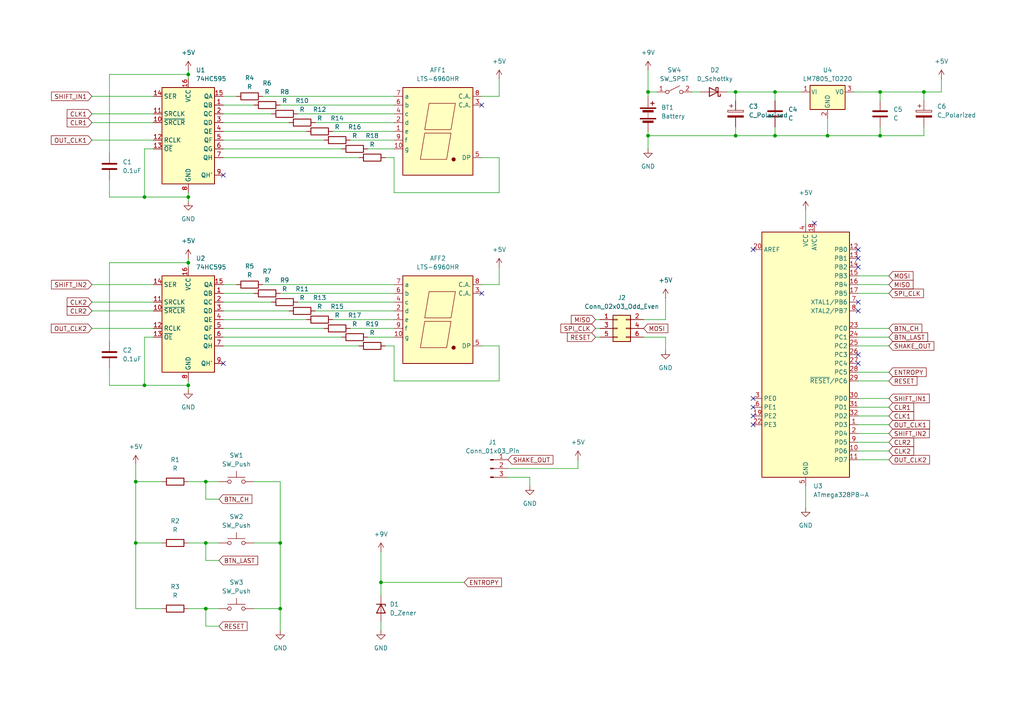
<source format=kicad_sch>
(kicad_sch (version 20231120) (generator "eeschema") (generator_version "8.0")
  (paper "A4")
  (lib_symbols
    (symbol "74xx:74HC595"
      (property "Reference" "U" (at -7.62 13.97 0))
      (property "Value" "74HC595" (at -7.62 -16.51 0))
      (symbol "74HC595_1_0"
        (pin tri_state line (at 10.16 7.62 180) (length 2.54) (name "QB") (number "1"))
        (pin input line (at -10.16 2.54 0) (length 2.54) (name "~{SRCLR}") (number "10"))
        (pin input line (at -10.16 5.08 0) (length 2.54) (name "SRCLK") (number "11"))
        (pin input line (at -10.16 -2.54 0) (length 2.54) (name "RCLK") (number "12"))
        (pin input line (at -10.16 -5.08 0) (length 2.54) (name "~{OE}") (number "13"))
        (pin input line (at -10.16 10.16 0) (length 2.54) (name "SER") (number "14"))
        (pin tri_state line (at 10.16 10.16 180) (length 2.54) (name "QA") (number "15"))
        (pin power_in line (at 0 15.24 270) (length 2.54) (name "VCC") (number "16"))
        (pin tri_state line (at 10.16 5.08 180) (length 2.54) (name "QC") (number "2"))
        (pin tri_state line (at 10.16 2.54 180) (length 2.54) (name "QD") (number "3"))
        (pin tri_state line (at 10.16 0 180) (length 2.54) (name "QE") (number "4"))
        (pin tri_state line (at 10.16 -2.54 180) (length 2.54) (name "QF") (number "5"))
        (pin tri_state line (at 10.16 -5.08 180) (length 2.54) (name "QG") (number "6"))
        (pin tri_state line (at 10.16 -7.62 180) (length 2.54) (name "QH") (number "7"))
        (pin power_in line (at 0 -17.78 90) (length 2.54) (name "GND") (number "8"))
        (pin output line (at 10.16 -12.7 180) (length 2.54) (name "QH'") (number "9"))
      )
      (symbol "74HC595_1_1"
        (rectangle (start -7.62 12.7) (end 7.62 -15.24) (stroke (width 0.254)) (fill (type background)))
      )
    )
    (symbol "Connector:Conn_01x03_Pin" (pin_names (offset 1.016) hide)
      (property "Reference" "J" (at 0 5.08 0))
      (property "Value" "Conn_01x03_Pin" (at 0 -5.08 0))
      (symbol "Conn_01x03_Pin_1_1"
        (polyline (pts (xy 1.27 -2.54) (xy 0.8636 -2.54)) (stroke (width 0.1524)))
        (polyline (pts (xy 1.27 0) (xy 0.8636 0)) (stroke (width 0.1524)))
        (polyline (pts (xy 1.27 2.54) (xy 0.8636 2.54)) (stroke (width 0.1524)))
        (rectangle (start 0.8636 -2.413) (end 0 -2.667) (stroke (width 0.1524)) (fill (type outline)))
        (rectangle (start 0.8636 0.127) (end 0 -0.127) (stroke (width 0.1524)) (fill (type outline)))
        (rectangle (start 0.8636 2.667) (end 0 2.413) (stroke (width 0.1524)) (fill (type outline)))
        (pin passive line (at 5.08 2.54 180) (length 3.81) (name "Pin_1") (number "1"))
        (pin passive line (at 5.08 0 180) (length 3.81) (name "Pin_2") (number "2"))
        (pin passive line (at 5.08 -2.54 180) (length 3.81) (name "Pin_3") (number "3"))
      )
    )
    (symbol "Connector_Generic:Conn_02x03_Odd_Even" (pin_names (offset 1.016) hide)
      (property "Reference" "J" (at 1.27 5.08 0))
      (property "Value" "Conn_02x03_Odd_Even" (at 1.27 -5.08 0))
      (symbol "Conn_02x03_Odd_Even_1_1"
        (rectangle (start -1.27 -2.413) (end 0 -2.667) (stroke (width 0.1524)))
        (rectangle (start -1.27 0.127) (end 0 -0.127) (stroke (width 0.1524)))
        (rectangle (start -1.27 2.667) (end 0 2.413) (stroke (width 0.1524)))
        (rectangle (start -1.27 3.81) (end 3.81 -3.81) (stroke (width 0.254)) (fill (type background)))
        (rectangle (start 3.81 -2.413) (end 2.54 -2.667) (stroke (width 0.1524)))
        (rectangle (start 3.81 0.127) (end 2.54 -0.127) (stroke (width 0.1524)))
        (rectangle (start 3.81 2.667) (end 2.54 2.413) (stroke (width 0.1524)))
        (pin passive line (at -5.08 2.54 0) (length 3.81) (name "Pin_1") (number "1"))
        (pin passive line (at 7.62 2.54 180) (length 3.81) (name "Pin_2") (number "2"))
        (pin passive line (at -5.08 0 0) (length 3.81) (name "Pin_3") (number "3"))
        (pin passive line (at 7.62 0 180) (length 3.81) (name "Pin_4") (number "4"))
        (pin passive line (at -5.08 -2.54 0) (length 3.81) (name "Pin_5") (number "5"))
        (pin passive line (at 7.62 -2.54 180) (length 3.81) (name "Pin_6") (number "6"))
      )
    )
    (symbol "Device:Battery" (pin_numbers hide) (pin_names (offset 0) hide)
      (property "Reference" "BT" (at 2.54 2.54 0))
      (property "Value" "Battery" (at 2.54 0 0))
      (symbol "Battery_0_1"
        (rectangle (start -2.286 -1.27) (end 2.286 -1.524) (fill (type outline)))
        (rectangle (start -2.286 1.778) (end 2.286 1.524) (fill (type outline)))
        (rectangle (start -1.524 -2.032) (end 1.524 -2.54) (fill (type outline)))
        (rectangle (start -1.524 1.016) (end 1.524 0.508) (fill (type outline)))
        (polyline (pts (xy 0 -1.016) (xy 0 -0.762)))
        (polyline (pts (xy 0 -0.508) (xy 0 -0.254)))
        (polyline (pts (xy 0 0) (xy 0 0.254)))
        (polyline (pts (xy 0 1.778) (xy 0 2.54)))
        (polyline (pts (xy 0.762 3.048) (xy 1.778 3.048)) (stroke (width 0.254)))
        (polyline (pts (xy 1.27 3.556) (xy 1.27 2.54)) (stroke (width 0.254)))
      )
      (symbol "Battery_1_1"
        (pin passive line (at 0 5.08 270) (length 2.54) (name "+") (number "1"))
        (pin passive line (at 0 -5.08 90) (length 2.54) (name "-") (number "2"))
      )
    )
    (symbol "Device:C" (pin_numbers hide) (pin_names (offset 0.254))
      (property "Reference" "C" (at 0.635 2.54 0))
      (property "Value" "C" (at 0.635 -2.54 0))
      (symbol "C_0_1"
        (polyline (pts (xy -2.032 -0.762) (xy 2.032 -0.762)) (stroke (width 0.508)))
        (polyline (pts (xy -2.032 0.762) (xy 2.032 0.762)) (stroke (width 0.508)))
      )
      (symbol "C_1_1"
        (pin passive line (at 0 3.81 270) (length 2.794) (name "~") (number "1"))
        (pin passive line (at 0 -3.81 90) (length 2.794) (name "~") (number "2"))
      )
    )
    (symbol "Device:C_Polarized" (pin_numbers hide) (pin_names (offset 0.254))
      (property "Reference" "C" (at 0.635 2.54 0))
      (property "Value" "C_Polarized" (at 0.635 -2.54 0))
      (symbol "C_Polarized_0_1"
        (rectangle (start -2.286 0.508) (end 2.286 1.016))
        (polyline (pts (xy -1.778 2.286) (xy -0.762 2.286)))
        (polyline (pts (xy -1.27 2.794) (xy -1.27 1.778)))
        (rectangle (start 2.286 -0.508) (end -2.286 -1.016) (fill (type outline)))
      )
      (symbol "C_Polarized_1_1"
        (pin passive line (at 0 3.81 270) (length 2.794) (name "~") (number "1"))
        (pin passive line (at 0 -3.81 90) (length 2.794) (name "~") (number "2"))
      )
    )
    (symbol "Device:D_Schottky" (pin_numbers hide) (pin_names (offset 1.016) hide)
      (property "Reference" "D" (at 0 2.54 0))
      (property "Value" "D_Schottky" (at 0 -2.54 0))
      (symbol "D_Schottky_0_1"
        (polyline (pts (xy 1.27 0) (xy -1.27 0)))
        (polyline (pts (xy 1.27 1.27) (xy 1.27 -1.27) (xy -1.27 0) (xy 1.27 1.27)) (stroke (width 0.254)))
        (polyline (pts (xy -1.905 0.635) (xy -1.905 1.27) (xy -1.27 1.27) (xy -1.27 -1.27) (xy -0.635 -1.27) (xy -0.635 -0.635)) (stroke (width 0.254)))
      )
      (symbol "D_Schottky_1_1"
        (pin passive line (at -3.81 0 0) (length 2.54) (name "K") (number "1"))
        (pin passive line (at 3.81 0 180) (length 2.54) (name "A") (number "2"))
      )
    )
    (symbol "Device:D_Zener" (pin_numbers hide) (pin_names (offset 1.016) hide)
      (property "Reference" "D" (at 0 2.54 0))
      (property "Value" "D_Zener" (at 0 -2.54 0))
      (symbol "D_Zener_0_1"
        (polyline (pts (xy 1.27 0) (xy -1.27 0)))
        (polyline (pts (xy -1.27 -1.27) (xy -1.27 1.27) (xy -0.762 1.27)) (stroke (width 0.254)))
        (polyline (pts (xy 1.27 -1.27) (xy 1.27 1.27) (xy -1.27 0) (xy 1.27 -1.27)) (stroke (width 0.254)))
      )
      (symbol "D_Zener_1_1"
        (pin passive line (at -3.81 0 0) (length 2.54) (name "K") (number "1"))
        (pin passive line (at 3.81 0 180) (length 2.54) (name "A") (number "2"))
      )
    )
    (symbol "Device:R" (pin_numbers hide) (pin_names (offset 0))
      (property "Reference" "R" (at 2.032 0 90))
      (property "Value" "R" (at 0 0 90))
      (symbol "R_0_1"
        (rectangle (start -1.016 -2.54) (end 1.016 2.54) (stroke (width 0.254)))
      )
      (symbol "R_1_1"
        (pin passive line (at 0 3.81 270) (length 1.27) (name "~") (number "1"))
        (pin passive line (at 0 -3.81 90) (length 1.27) (name "~") (number "2"))
      )
    )
    (symbol "Display_Character:LTS-6960HR"
      (property "Reference" "AFF" (at -7.874 13.97 0))
      (property "Value" "LTS-6960HR" (at -2.032 13.97 0))
      (symbol "LTS-6960HR_0_1"
        (rectangle (start -10.16 12.7) (end 10.16 -12.7) (stroke (width 0.254)) (fill (type background)))
        (polyline (pts (xy -3.81 -0.508) (xy 3.81 -0.508) (xy 2.54 -8.128) (xy -5.08 -8.128) (xy -3.81 -0.508) (xy -3.81 -0.508)))
        (polyline (pts (xy -2.54 8.128) (xy 5.08 8.128) (xy 3.81 0.508) (xy -3.81 0.508) (xy -2.54 8.128) (xy -2.54 8.128)))
        (circle (center 4.572 -8.128) (radius 0.508) (fill (type outline)))
      )
      (symbol "LTS-6960HR_1_1"
        (pin passive line (at -12.7 0 0) (length 2.54) (name "e") (number "1"))
        (pin passive line (at -12.7 -5.08 0) (length 2.54) (name "g") (number "10"))
        (pin passive line (at -12.7 2.54 0) (length 2.54) (name "d") (number "2"))
        (pin passive line (at 12.7 7.62 180) (length 2.54) (name "C.A.") (number "3"))
        (pin passive line (at -12.7 5.08 0) (length 2.54) (name "c") (number "4"))
        (pin passive line (at 12.7 -7.62 180) (length 2.54) (name "DP") (number "5"))
        (pin passive line (at -12.7 7.62 0) (length 2.54) (name "b") (number "6"))
        (pin passive line (at -12.7 10.16 0) (length 2.54) (name "a") (number "7"))
        (pin passive line (at 12.7 10.16 180) (length 2.54) (name "C.A.") (number "8"))
        (pin passive line (at -12.7 -2.54 0) (length 2.54) (name "f") (number "9"))
      )
    )
    (symbol "MCU_Microchip_ATmega:ATmega328PB-A"
      (property "Reference" "U" (at -12.7 36.83 0))
      (property "Value" "ATmega328PB-A" (at 2.54 -36.83 0))
      (symbol "ATmega328PB-A_0_1"
        (rectangle (start -12.7 -35.56) (end 12.7 35.56) (stroke (width 0.254)) (fill (type background)))
      )
      (symbol "ATmega328PB-A_1_1"
        (pin bidirectional line (at 15.24 -20.32 180) (length 2.54) (name "PD3") (number "1"))
        (pin bidirectional line (at 15.24 -27.94 180) (length 2.54) (name "PD6") (number "10"))
        (pin bidirectional line (at 15.24 -30.48 180) (length 2.54) (name "PD7") (number "11"))
        (pin bidirectional line (at 15.24 30.48 180) (length 2.54) (name "PB0") (number "12"))
        (pin bidirectional line (at 15.24 27.94 180) (length 2.54) (name "PB1") (number "13"))
        (pin bidirectional line (at 15.24 25.4 180) (length 2.54) (name "PB2") (number "14"))
        (pin bidirectional line (at 15.24 22.86 180) (length 2.54) (name "PB3") (number "15"))
        (pin bidirectional line (at 15.24 20.32 180) (length 2.54) (name "PB4") (number "16"))
        (pin bidirectional line (at 15.24 17.78 180) (length 2.54) (name "PB5") (number "17"))
        (pin power_in line (at 2.54 38.1 270) (length 2.54) (name "AVCC") (number "18"))
        (pin bidirectional line (at -15.24 -17.78 0) (length 2.54) (name "PE2") (number "19"))
        (pin bidirectional line (at 15.24 -22.86 180) (length 2.54) (name "PD4") (number "2"))
        (pin passive line (at -15.24 30.48 0) (length 2.54) (name "AREF") (number "20"))
        (pin passive line (at 0 -38.1 90) (length 2.54) hide (name "GND") (number "21"))
        (pin bidirectional line (at -15.24 -20.32 0) (length 2.54) (name "PE3") (number "22"))
        (pin bidirectional line (at 15.24 7.62 180) (length 2.54) (name "PC0") (number "23"))
        (pin bidirectional line (at 15.24 5.08 180) (length 2.54) (name "PC1") (number "24"))
        (pin bidirectional line (at 15.24 2.54 180) (length 2.54) (name "PC2") (number "25"))
        (pin bidirectional line (at 15.24 0 180) (length 2.54) (name "PC3") (number "26"))
        (pin bidirectional line (at 15.24 -2.54 180) (length 2.54) (name "PC4") (number "27"))
        (pin bidirectional line (at 15.24 -5.08 180) (length 2.54) (name "PC5") (number "28"))
        (pin bidirectional line (at 15.24 -7.62 180) (length 2.54) (name "~{RESET}/PC6") (number "29"))
        (pin bidirectional line (at -15.24 -12.7 0) (length 2.54) (name "PE0") (number "3"))
        (pin bidirectional line (at 15.24 -12.7 180) (length 2.54) (name "PD0") (number "30"))
        (pin bidirectional line (at 15.24 -15.24 180) (length 2.54) (name "PD1") (number "31"))
        (pin bidirectional line (at 15.24 -17.78 180) (length 2.54) (name "PD2") (number "32"))
        (pin power_in line (at 0 38.1 270) (length 2.54) (name "VCC") (number "4"))
        (pin power_in line (at 0 -38.1 90) (length 2.54) (name "GND") (number "5"))
        (pin bidirectional line (at -15.24 -15.24 0) (length 2.54) (name "PE1") (number "6"))
        (pin bidirectional line (at 15.24 15.24 180) (length 2.54) (name "XTAL1/PB6") (number "7"))
        (pin bidirectional line (at 15.24 12.7 180) (length 2.54) (name "XTAL2/PB7") (number "8"))
        (pin bidirectional line (at 15.24 -25.4 180) (length 2.54) (name "PD5") (number "9"))
      )
    )
    (symbol "Regulator_Linear:LM7805_TO220" (pin_names (offset 0.254))
      (property "Reference" "U" (at -3.81 3.175 0))
      (property "Value" "LM7805_TO220" (at 0 3.175 0))
      (symbol "LM7805_TO220_0_1"
        (rectangle (start -5.08 1.905) (end 5.08 -5.08) (stroke (width 0.254)) (fill (type background)))
      )
      (symbol "LM7805_TO220_1_1"
        (pin power_in line (at -7.62 0 0) (length 2.54) (name "VI") (number "1"))
        (pin power_in line (at 0 -7.62 90) (length 2.54) (name "GND") (number "2"))
        (pin power_out line (at 7.62 0 180) (length 2.54) (name "VO") (number "3"))
      )
    )
    (symbol "Switch:SW_Push" (pin_numbers hide) (pin_names (offset 1.016) hide)
      (property "Reference" "SW" (at 1.27 2.54 0))
      (property "Value" "SW_Push" (at 0 -1.524 0))
      (symbol "SW_Push_0_1"
        (circle (center -2.032 0) (radius 0.508))
        (polyline (pts (xy 0 1.27) (xy 0 3.048)))
        (polyline (pts (xy 2.54 1.27) (xy -2.54 1.27)))
        (circle (center 2.032 0) (radius 0.508))
        (pin passive line (at -5.08 0 0) (length 2.54) (name "1") (number "1"))
        (pin passive line (at 5.08 0 180) (length 2.54) (name "2") (number "2"))
      )
    )
    (symbol "Switch:SW_SPST" (pin_names (offset 0) hide)
      (property "Reference" "SW" (at 0 3.175 0))
      (property "Value" "SW_SPST" (at 0 -2.54 0))
      (symbol "SW_SPST_0_0"
        (circle (center -2.032 0) (radius 0.508))
        (polyline (pts (xy -1.524 0.254) (xy 1.524 1.778)))
        (circle (center 2.032 0) (radius 0.508))
      )
      (symbol "SW_SPST_1_1"
        (pin passive line (at -5.08 0 0) (length 2.54) (name "A") (number "1"))
        (pin passive line (at 5.08 0 180) (length 2.54) (name "B") (number "2"))
      )
    )
    (symbol "power:+5V" (power) (pin_numbers hide) (pin_names (offset 0) hide)
      (property "Value" "+5V" (at 0 3.556 0))
      (symbol "+5V_0_1"
        (polyline (pts (xy -0.762 1.27) (xy 0 2.54)))
        (polyline (pts (xy 0 0) (xy 0 2.54)))
        (polyline (pts (xy 0 2.54) (xy 0.762 1.27)))
      )
      (symbol "+5V_1_1"
        (pin power_in line (at 0 0 90) (length 0) (name "~") (number "1"))
      )
    )
    (symbol "power:+9V" (power) (pin_numbers hide) (pin_names (offset 0) hide)
      (property "Value" "+9V" (at 0 3.556 0))
      (symbol "+9V_0_1"
        (polyline (pts (xy -0.762 1.27) (xy 0 2.54)))
        (polyline (pts (xy 0 0) (xy 0 2.54)))
        (polyline (pts (xy 0 2.54) (xy 0.762 1.27)))
      )
      (symbol "+9V_1_1"
        (pin power_in line (at 0 0 90) (length 0) (name "~") (number "1"))
      )
    )
    (symbol "power:GND" (power) (pin_numbers hide) (pin_names (offset 0) hide)
      (property "Value" "GND" (at 0 -3.81 0))
      (symbol "GND_0_1"
        (polyline (pts (xy 0 0) (xy 0 -1.27) (xy 1.27 -1.27) (xy 0 -2.54) (xy -1.27 -1.27) (xy 0 -1.27)))
      )
      (symbol "GND_1_1"
        (pin power_in line (at 0 0 270) (length 0) (name "~") (number "1"))
      )
    )
  )
  (junction (at 224.79 39.37))
  (junction (at 39.37 157.48))
  (junction (at 54.61 76.2))
  (junction (at 213.36 26.67))
  (junction (at 41.91 111.76))
  (junction (at 255.27 39.37))
  (junction (at 81.28 176.53))
  (junction (at 54.61 57.15))
  (junction (at 110.49 168.91))
  (junction (at 39.37 139.7))
  (junction (at 224.79 26.67))
  (junction (at 54.61 21.59))
  (junction (at 187.96 26.67))
  (junction (at 41.91 57.15))
  (junction (at 81.28 157.48))
  (junction (at 213.36 39.37))
  (junction (at 59.69 157.48))
  (junction (at 267.97 26.67))
  (junction (at 59.69 176.53))
  (junction (at 255.27 26.67))
  (junction (at 240.03 39.37))
  (junction (at 54.61 111.76))
  (junction (at 187.96 39.37))
  (junction (at 59.69 139.7))
  (no_connect (at 218.44 120.65))
  (no_connect (at 248.92 74.93))
  (no_connect (at 248.92 87.63))
  (no_connect (at 236.22 64.77))
  (no_connect (at 248.92 90.17))
  (no_connect (at 218.44 115.57))
  (no_connect (at 218.44 72.39))
  (no_connect (at 64.77 50.8))
  (no_connect (at 218.44 118.11))
  (no_connect (at 248.92 102.87))
  (no_connect (at 248.92 77.47))
  (no_connect (at 64.77 105.41))
  (no_connect (at 248.92 105.41))
  (no_connect (at 248.92 72.39))
  (no_connect (at 218.44 123.19))
  (no_connect (at 139.7 85.09))
  (no_connect (at 139.7 30.48))
  (wire (pts (xy 144.78 27.94) (xy 144.78 22.86)))
  (wire (pts (xy 39.37 176.53) (xy 39.37 157.48)))
  (wire (pts (xy 54.61 76.2) (xy 54.61 77.47)))
  (wire (pts (xy 187.96 26.67) (xy 190.5 26.67)))
  (wire (pts (xy 63.5 181.61) (xy 59.69 181.61)))
  (wire (pts (xy 110.49 180.34) (xy 110.49 182.88)))
  (wire (pts (xy 248.92 110.49) (xy 257.81 110.49)))
  (wire (pts (xy 41.91 97.79) (xy 41.91 111.76)))
  (wire (pts (xy 46.99 157.48) (xy 39.37 157.48)))
  (wire (pts (xy 193.04 92.71) (xy 186.69 92.71)))
  (wire (pts (xy 106.68 43.18) (xy 114.3 43.18)))
  (wire (pts (xy 139.7 82.55) (xy 144.78 82.55)))
  (wire (pts (xy 46.99 176.53) (xy 39.37 176.53)))
  (wire (pts (xy 31.75 21.59) (xy 54.61 21.59)))
  (wire (pts (xy 110.49 168.91) (xy 134.62 168.91)))
  (wire (pts (xy 240.03 39.37) (xy 224.79 39.37)))
  (wire (pts (xy 81.28 176.53) (xy 81.28 182.88)))
  (wire (pts (xy 248.92 115.57) (xy 257.81 115.57)))
  (wire (pts (xy 64.77 27.94) (xy 68.58 27.94)))
  (wire (pts (xy 172.72 92.71) (xy 173.99 92.71)))
  (wire (pts (xy 54.61 110.49) (xy 54.61 111.76)))
  (wire (pts (xy 247.65 26.67) (xy 255.27 26.67)))
  (wire (pts (xy 114.3 45.72) (xy 114.3 55.88)))
  (wire (pts (xy 26.67 87.63) (xy 44.45 87.63)))
  (wire (pts (xy 64.77 30.48) (xy 73.66 30.48)))
  (wire (pts (xy 248.92 133.35) (xy 257.81 133.35)))
  (wire (pts (xy 64.77 40.64) (xy 93.98 40.64)))
  (wire (pts (xy 64.77 92.71) (xy 88.9 92.71)))
  (wire (pts (xy 54.61 111.76) (xy 54.61 113.03)))
  (wire (pts (xy 31.75 21.59) (xy 31.75 44.45)))
  (wire (pts (xy 64.77 33.02) (xy 78.74 33.02)))
  (wire (pts (xy 248.92 118.11) (xy 257.81 118.11)))
  (wire (pts (xy 26.67 95.25) (xy 44.45 95.25)))
  (wire (pts (xy 76.2 27.94) (xy 114.3 27.94)))
  (wire (pts (xy 64.77 35.56) (xy 83.82 35.56)))
  (wire (pts (xy 255.27 36.83) (xy 255.27 39.37)))
  (wire (pts (xy 64.77 45.72) (xy 104.14 45.72)))
  (wire (pts (xy 193.04 97.79) (xy 186.69 97.79)))
  (wire (pts (xy 59.69 139.7) (xy 63.5 139.7)))
  (wire (pts (xy 248.92 128.27) (xy 257.81 128.27)))
  (wire (pts (xy 41.91 57.15) (xy 54.61 57.15)))
  (wire (pts (xy 54.61 157.48) (xy 59.69 157.48)))
  (wire (pts (xy 187.96 20.32) (xy 187.96 26.67)))
  (wire (pts (xy 213.36 26.67) (xy 224.79 26.67)))
  (wire (pts (xy 187.96 27.94) (xy 187.96 26.67)))
  (wire (pts (xy 193.04 101.6) (xy 193.04 97.79)))
  (wire (pts (xy 31.75 99.06) (xy 31.75 76.2)))
  (wire (pts (xy 41.91 111.76) (xy 54.61 111.76)))
  (wire (pts (xy 59.69 162.56) (xy 59.69 157.48)))
  (wire (pts (xy 54.61 57.15) (xy 54.61 58.42)))
  (wire (pts (xy 31.75 57.15) (xy 41.91 57.15)))
  (wire (pts (xy 139.7 100.33) (xy 144.78 100.33)))
  (wire (pts (xy 248.92 123.19) (xy 257.81 123.19)))
  (wire (pts (xy 76.2 82.55) (xy 114.3 82.55)))
  (wire (pts (xy 64.77 43.18) (xy 99.06 43.18)))
  (wire (pts (xy 111.76 100.33) (xy 114.3 100.33)))
  (wire (pts (xy 64.77 97.79) (xy 99.06 97.79)))
  (wire (pts (xy 26.67 40.64) (xy 44.45 40.64)))
  (wire (pts (xy 63.5 144.78) (xy 59.69 144.78)))
  (wire (pts (xy 139.7 27.94) (xy 144.78 27.94)))
  (wire (pts (xy 59.69 181.61) (xy 59.69 176.53)))
  (wire (pts (xy 248.92 82.55) (xy 257.81 82.55)))
  (wire (pts (xy 39.37 134.62) (xy 39.37 139.7)))
  (wire (pts (xy 114.3 100.33) (xy 114.3 110.49)))
  (wire (pts (xy 81.28 30.48) (xy 114.3 30.48)))
  (wire (pts (xy 255.27 26.67) (xy 267.97 26.67)))
  (wire (pts (xy 73.66 157.48) (xy 81.28 157.48)))
  (wire (pts (xy 106.68 97.79) (xy 114.3 97.79)))
  (wire (pts (xy 96.52 38.1) (xy 114.3 38.1)))
  (wire (pts (xy 213.36 26.67) (xy 213.36 29.21)))
  (wire (pts (xy 144.78 55.88) (xy 144.78 45.72)))
  (wire (pts (xy 147.32 135.89) (xy 167.64 135.89)))
  (wire (pts (xy 64.77 85.09) (xy 73.66 85.09)))
  (wire (pts (xy 64.77 38.1) (xy 88.9 38.1)))
  (wire (pts (xy 114.3 55.88) (xy 144.78 55.88)))
  (wire (pts (xy 167.64 133.35) (xy 167.64 135.89)))
  (wire (pts (xy 267.97 29.21) (xy 267.97 26.67)))
  (wire (pts (xy 248.92 80.01) (xy 257.81 80.01)))
  (wire (pts (xy 233.68 140.97) (xy 233.68 147.32)))
  (wire (pts (xy 101.6 95.25) (xy 114.3 95.25)))
  (wire (pts (xy 101.6 40.64) (xy 114.3 40.64)))
  (wire (pts (xy 86.36 33.02) (xy 114.3 33.02)))
  (wire (pts (xy 248.92 130.81) (xy 257.81 130.81)))
  (wire (pts (xy 248.92 97.79) (xy 257.81 97.79)))
  (wire (pts (xy 224.79 39.37) (xy 213.36 39.37)))
  (wire (pts (xy 64.77 95.25) (xy 93.98 95.25)))
  (wire (pts (xy 187.96 38.1) (xy 187.96 39.37)))
  (wire (pts (xy 193.04 86.36) (xy 193.04 92.71)))
  (wire (pts (xy 153.67 138.43) (xy 153.67 140.97)))
  (wire (pts (xy 63.5 162.56) (xy 59.69 162.56)))
  (wire (pts (xy 54.61 55.88) (xy 54.61 57.15)))
  (wire (pts (xy 172.72 97.79) (xy 173.99 97.79)))
  (wire (pts (xy 31.75 76.2) (xy 54.61 76.2)))
  (wire (pts (xy 224.79 26.67) (xy 232.41 26.67)))
  (wire (pts (xy 31.75 52.07) (xy 31.75 57.15)))
  (wire (pts (xy 59.69 144.78) (xy 59.69 139.7)))
  (wire (pts (xy 44.45 43.18) (xy 41.91 43.18)))
  (wire (pts (xy 255.27 39.37) (xy 240.03 39.37)))
  (wire (pts (xy 64.77 90.17) (xy 83.82 90.17)))
  (wire (pts (xy 248.92 100.33) (xy 257.81 100.33)))
  (wire (pts (xy 248.92 120.65) (xy 257.81 120.65)))
  (wire (pts (xy 139.7 45.72) (xy 144.78 45.72)))
  (wire (pts (xy 248.92 107.95) (xy 257.81 107.95)))
  (wire (pts (xy 81.28 139.7) (xy 81.28 157.48)))
  (wire (pts (xy 255.27 39.37) (xy 267.97 39.37)))
  (wire (pts (xy 26.67 33.02) (xy 44.45 33.02)))
  (wire (pts (xy 111.76 45.72) (xy 114.3 45.72)))
  (wire (pts (xy 110.49 168.91) (xy 110.49 172.72)))
  (wire (pts (xy 59.69 176.53) (xy 63.5 176.53)))
  (wire (pts (xy 114.3 110.49) (xy 144.78 110.49)))
  (wire (pts (xy 64.77 82.55) (xy 68.58 82.55)))
  (wire (pts (xy 26.67 90.17) (xy 44.45 90.17)))
  (wire (pts (xy 233.68 60.96) (xy 233.68 64.77)))
  (wire (pts (xy 26.67 27.94) (xy 44.45 27.94)))
  (wire (pts (xy 224.79 26.67) (xy 224.79 29.21)))
  (wire (pts (xy 273.05 22.86) (xy 273.05 26.67)))
  (wire (pts (xy 147.32 138.43) (xy 153.67 138.43)))
  (wire (pts (xy 91.44 90.17) (xy 114.3 90.17)))
  (wire (pts (xy 54.61 139.7) (xy 59.69 139.7)))
  (wire (pts (xy 86.36 87.63) (xy 114.3 87.63)))
  (wire (pts (xy 273.05 26.67) (xy 267.97 26.67)))
  (wire (pts (xy 26.67 82.55) (xy 44.45 82.55)))
  (wire (pts (xy 210.82 26.67) (xy 213.36 26.67)))
  (wire (pts (xy 59.69 157.48) (xy 63.5 157.48)))
  (wire (pts (xy 224.79 36.83) (xy 224.79 39.37)))
  (wire (pts (xy 26.67 35.56) (xy 44.45 35.56)))
  (wire (pts (xy 31.75 106.68) (xy 31.75 111.76)))
  (wire (pts (xy 187.96 39.37) (xy 187.96 43.18)))
  (wire (pts (xy 110.49 160.02) (xy 110.49 168.91)))
  (wire (pts (xy 248.92 85.09) (xy 257.81 85.09)))
  (wire (pts (xy 187.96 39.37) (xy 213.36 39.37)))
  (wire (pts (xy 200.66 26.67) (xy 203.2 26.67)))
  (wire (pts (xy 240.03 34.29) (xy 240.03 39.37)))
  (wire (pts (xy 41.91 43.18) (xy 41.91 57.15)))
  (wire (pts (xy 31.75 111.76) (xy 41.91 111.76)))
  (wire (pts (xy 81.28 85.09) (xy 114.3 85.09)))
  (wire (pts (xy 91.44 35.56) (xy 114.3 35.56)))
  (wire (pts (xy 54.61 176.53) (xy 59.69 176.53)))
  (wire (pts (xy 44.45 97.79) (xy 41.91 97.79)))
  (wire (pts (xy 73.66 176.53) (xy 81.28 176.53)))
  (wire (pts (xy 255.27 29.21) (xy 255.27 26.67)))
  (wire (pts (xy 54.61 20.32) (xy 54.61 21.59)))
  (wire (pts (xy 248.92 95.25) (xy 257.81 95.25)))
  (wire (pts (xy 39.37 139.7) (xy 46.99 139.7)))
  (wire (pts (xy 54.61 74.93) (xy 54.61 76.2)))
  (wire (pts (xy 64.77 100.33) (xy 104.14 100.33)))
  (wire (pts (xy 96.52 92.71) (xy 114.3 92.71)))
  (wire (pts (xy 248.92 125.73) (xy 257.81 125.73)))
  (wire (pts (xy 144.78 82.55) (xy 144.78 77.47)))
  (wire (pts (xy 81.28 157.48) (xy 81.28 176.53)))
  (wire (pts (xy 39.37 157.48) (xy 39.37 139.7)))
  (wire (pts (xy 213.36 36.83) (xy 213.36 39.37)))
  (wire (pts (xy 54.61 21.59) (xy 54.61 22.86)))
  (wire (pts (xy 267.97 36.83) (xy 267.97 39.37)))
  (wire (pts (xy 73.66 139.7) (xy 81.28 139.7)))
  (wire (pts (xy 172.72 95.25) (xy 173.99 95.25)))
  (wire (pts (xy 144.78 110.49) (xy 144.78 100.33)))
  (wire (pts (xy 64.77 87.63) (xy 78.74 87.63)))
  (global_label "CLR1" (shape input) (at 26.67 35.56 180) (property "Intersheetrefs" "${INTERSHEET_REFS}" (effects (hide yes))))
  (global_label "ENTROPY" (shape input) (at 134.62 168.91 0) (property "Intersheetrefs" "${INTERSHEET_REFS}" (effects (hide yes))))
  (global_label "SHIFT_IN1" (shape input) (at 257.81 115.57 0) (property "Intersheetrefs" "${INTERSHEET_REFS}" (effects (hide yes))))
  (global_label "SPI_CLK" (shape input) (at 172.72 95.25 180) (property "Intersheetrefs" "${INTERSHEET_REFS}" (effects (hide yes))))
  (global_label "CLK2" (shape input) (at 257.81 130.81 0) (property "Intersheetrefs" "${INTERSHEET_REFS}" (effects (hide yes))))
  (global_label "CLR2" (shape input) (at 257.81 128.27 0) (property "Intersheetrefs" "${INTERSHEET_REFS}" (effects (hide yes))))
  (global_label "MISO" (shape input) (at 172.72 92.71 180) (property "Intersheetrefs" "${INTERSHEET_REFS}" (effects (hide yes))))
  (global_label "RESET" (shape input) (at 257.81 110.49 0) (property "Intersheetrefs" "${INTERSHEET_REFS}" (effects (hide yes))))
  (global_label "BTN_LAST" (shape input) (at 257.81 97.79 0) (property "Intersheetrefs" "${INTERSHEET_REFS}" (effects (hide yes))))
  (global_label "BTN_CH" (shape input) (at 63.5 144.78 0) (property "Intersheetrefs" "${INTERSHEET_REFS}" (effects (hide yes))))
  (global_label "MOSI" (shape input) (at 257.81 80.01 0) (property "Intersheetrefs" "${INTERSHEET_REFS}" (effects (hide yes))))
  (global_label "BTN_LAST" (shape input) (at 63.5 162.56 0) (property "Intersheetrefs" "${INTERSHEET_REFS}" (effects (hide yes))))
  (global_label "SHAKE_OUT" (shape input) (at 147.32 133.35 0) (property "Intersheetrefs" "${INTERSHEET_REFS}" (effects (hide yes))))
  (global_label "SHIFT_IN1" (shape input) (at 26.67 27.94 180) (property "Intersheetrefs" "${INTERSHEET_REFS}" (effects (hide yes))))
  (global_label "SHIFT_IN2" (shape input) (at 257.81 125.73 0) (property "Intersheetrefs" "${INTERSHEET_REFS}" (effects (hide yes))))
  (global_label "RESET" (shape input) (at 172.72 97.79 180) (property "Intersheetrefs" "${INTERSHEET_REFS}" (effects (hide yes))))
  (global_label "OUT_CLK2" (shape input) (at 257.81 133.35 0) (property "Intersheetrefs" "${INTERSHEET_REFS}" (effects (hide yes))))
  (global_label "MOSI" (shape input) (at 186.69 95.25 0) (property "Intersheetrefs" "${INTERSHEET_REFS}" (effects (hide yes))))
  (global_label "SHAKE_OUT" (shape input) (at 257.81 100.33 0) (property "Intersheetrefs" "${INTERSHEET_REFS}" (effects (hide yes))))
  (global_label "OUT_CLK1" (shape input) (at 26.67 40.64 180) (property "Intersheetrefs" "${INTERSHEET_REFS}" (effects (hide yes))))
  (global_label "BTN_CH" (shape input) (at 257.81 95.25 0) (property "Intersheetrefs" "${INTERSHEET_REFS}" (effects (hide yes))))
  (global_label "CLR2" (shape input) (at 26.67 90.17 180) (property "Intersheetrefs" "${INTERSHEET_REFS}" (effects (hide yes))))
  (global_label "CLK1" (shape input) (at 257.81 120.65 0) (property "Intersheetrefs" "${INTERSHEET_REFS}" (effects (hide yes))))
  (global_label "OUT_CLK2" (shape input) (at 26.67 95.25 180) (property "Intersheetrefs" "${INTERSHEET_REFS}" (effects (hide yes))))
  (global_label "MISO" (shape input) (at 257.81 82.55 0) (property "Intersheetrefs" "${INTERSHEET_REFS}" (effects (hide yes))))
  (global_label "OUT_CLK1" (shape input) (at 257.81 123.19 0) (property "Intersheetrefs" "${INTERSHEET_REFS}" (effects (hide yes))))
  (global_label "SHIFT_IN2" (shape input) (at 26.67 82.55 180) (property "Intersheetrefs" "${INTERSHEET_REFS}" (effects (hide yes))))
  (global_label "CLK1" (shape input) (at 26.67 33.02 180) (property "Intersheetrefs" "${INTERSHEET_REFS}" (effects (hide yes))))
  (global_label "RESET" (shape input) (at 63.5 181.61 0) (property "Intersheetrefs" "${INTERSHEET_REFS}" (effects (hide yes))))
  (global_label "ENTROPY" (shape input) (at 257.81 107.95 0) (property "Intersheetrefs" "${INTERSHEET_REFS}" (effects (hide yes))))
  (global_label "CLK2" (shape input) (at 26.67 87.63 180) (property "Intersheetrefs" "${INTERSHEET_REFS}" (effects (hide yes))))
  (global_label "SPI_CLK" (shape input) (at 257.81 85.09 0) (property "Intersheetrefs" "${INTERSHEET_REFS}" (effects (hide yes))))
  (global_label "CLR1" (shape input) (at 257.81 118.11 0) (property "Intersheetrefs" "${INTERSHEET_REFS}" (effects (hide yes))))
  (symbol (lib_id "Device:R") (at 50.8 139.7 90) (unit 1)
    (property "Reference" "R1" (at 50.8 133.35 90))
    (property "Value" "R" (at 50.8 135.89 90))
    (property "Footprint" "Resistor_SMD:R_0805_2012Metric_Pad1.20x1.40mm_HandSolder" (effects (hide yes)))
    (property "Description" "Resistor" (effects (hide yes)))
  )
  (symbol (lib_id "Device:C") (at 31.75 102.87 0) (unit 1)
    (property "Reference" "C2" (at 35.56 101.5999 0) (effects (justify left)))
    (property "Value" "0.1uF" (at 35.56 104.1399 0) (effects (justify left)))
    (property "Footprint" "Capacitor_SMD:C_0805_2012Metric_Pad1.18x1.45mm_HandSolder" (effects (hide yes)))
    (property "Description" "Unpolarized capacitor" (effects (hide yes)))
  )
  (symbol (lib_id "power:GND") (at 193.04 101.6 0) (unit 1)
    (property "Reference" "#PWR015" (effects (hide yes)))
    (property "Value" "GND" (at 193.04 106.68 0))
    (property "Description" "Power symbol creates a global label with name \"GND\" , ground" (effects (hide yes)))
  )
  (symbol (lib_id "power:+5V") (at 54.61 74.93 0) (unit 1)
    (property "Reference" "#PWR04" (effects (hide yes)))
    (property "Value" "+5V" (at 54.61 69.85 0))
    (property "Description" "Power symbol creates a global label with name \"+5V\"" (effects (hide yes)))
  )
  (symbol (lib_id "Connector:Conn_01x03_Pin") (at 142.24 135.89 0) (unit 1)
    (property "Reference" "J1" (at 142.875 128.27 0))
    (property "Value" "Conn_01x03_Pin" (at 142.875 130.81 0))
    (property "Footprint" "Connector_PinHeader_2.54mm:PinHeader_1x03_P2.54mm_Vertical" (effects (hide yes)))
    (property "Description" "Generic connector, single row, 01x03, script generated" (effects (hide yes)))
  )
  (symbol (lib_id "Device:D_Zener") (at 110.49 176.53 270) (unit 1)
    (property "Reference" "D1" (at 113.03 175.2599 90) (effects (justify left)))
    (property "Value" "D_Zener" (at 113.03 177.7999 90) (effects (justify left)))
    (property "Description" "Zener diode" (effects (hide yes)))
  )
  (symbol (lib_id "Switch:SW_Push") (at 68.58 139.7 0) (unit 1)
    (property "Reference" "SW1" (at 68.58 132.08 0))
    (property "Value" "SW_Push" (at 68.58 134.62 0))
    (property "Description" "Push button switch, generic, two pins" (effects (hide yes)))
  )
  (symbol (lib_id "Device:C") (at 224.79 33.02 0) (unit 1)
    (property "Reference" "C4" (at 228.6 31.7499 0) (effects (justify left)))
    (property "Value" "C" (at 228.6 34.2899 0) (effects (justify left)))
    (property "Footprint" "Capacitor_SMD:C_0805_2012Metric_Pad1.18x1.45mm_HandSolder" (effects (hide yes)))
    (property "Description" "Unpolarized capacitor" (effects (hide yes)))
  )
  (symbol (lib_id "power:GND") (at 187.96 43.18 0) (unit 1)
    (property "Reference" "#PWR013" (effects (hide yes)))
    (property "Value" "GND" (at 187.96 48.26 0))
    (property "Description" "Power symbol creates a global label with name \"GND\" , ground" (effects (hide yes)))
  )
  (symbol (lib_id "Device:C") (at 255.27 33.02 0) (unit 1)
    (property "Reference" "C5" (at 259.08 31.7499 0) (effects (justify left)))
    (property "Value" "C" (at 259.08 34.2899 0) (effects (justify left)))
    (property "Footprint" "Capacitor_SMD:C_0805_2012Metric_Pad1.18x1.45mm_HandSolder" (effects (hide yes)))
    (property "Description" "Unpolarized capacitor" (effects (hide yes)))
  )
  (symbol (lib_id "Device:R") (at 87.63 35.56 90) (unit 1)
    (property "Reference" "R10" (at 87.63 29.21 90))
    (property "Value" "R" (at 87.63 31.75 90))
    (property "Footprint" "Resistor_SMD:R_0805_2012Metric_Pad1.20x1.40mm_HandSolder" (effects (hide yes)))
    (property "Description" "Resistor" (effects (hide yes)))
  )
  (symbol (lib_id "power:+5V") (at 167.64 133.35 0) (unit 1)
    (property "Reference" "#PWR012" (effects (hide yes)))
    (property "Value" "+5V" (at 167.64 128.27 0))
    (property "Description" "Power symbol creates a global label with name \"+5V\"" (effects (hide yes)))
  )
  (symbol (lib_id "Device:R") (at 72.39 27.94 90) (unit 1)
    (property "Reference" "R4" (at 72.39 22.606 90))
    (property "Value" "R" (at 72.39 25.146 90))
    (property "Footprint" "Resistor_SMD:R_0805_2012Metric_Pad1.20x1.40mm_HandSolder" (effects (hide yes)))
    (property "Description" "Resistor" (effects (hide yes)))
  )
  (symbol (lib_id "power:+5V") (at 144.78 22.86 0) (unit 1)
    (property "Reference" "#PWR09" (effects (hide yes)))
    (property "Value" "+5V" (at 144.78 17.78 0))
    (property "Description" "Power symbol creates a global label with name \"+5V\"" (effects (hide yes)))
  )
  (symbol (lib_id "Device:C_Polarized") (at 267.97 33.02 0) (unit 1)
    (property "Reference" "C6" (at 271.78 30.8609 0) (effects (justify left)))
    (property "Value" "C_Polarized" (at 271.78 33.4009 0) (effects (justify left)))
    (property "Description" "Polarized capacitor" (effects (hide yes)))
  )
  (symbol (lib_id "power:GND") (at 54.61 113.03 0) (unit 1)
    (property "Reference" "#PWR05" (effects (hide yes)))
    (property "Value" "GND" (at 54.61 118.11 0))
    (property "Description" "Power symbol creates a global label with name \"GND\" , ground" (effects (hide yes)))
  )
  (symbol (lib_id "Device:R") (at 92.71 92.71 90) (unit 1)
    (property "Reference" "R13" (at 92.71 86.36 90))
    (property "Value" "R" (at 92.71 88.9 90))
    (property "Footprint" "Resistor_SMD:R_0805_2012Metric_Pad1.20x1.40mm_HandSolder" (effects (hide yes)))
    (property "Description" "Resistor" (effects (hide yes)))
  )
  (symbol (lib_id "MCU_Microchip_ATmega:ATmega328PB-A") (at 233.68 102.87 0) (unit 1)
    (property "Reference" "U3" (at 235.8741 140.97 0) (effects (justify left)))
    (property "Value" "ATmega328PB-A" (at 235.8741 143.51 0) (effects (justify left)))
    (property "Footprint" "Package_QFP:TQFP-32_7x7mm_P0.8mm" (effects (hide yes)))
    (property "Datasheet" "http://ww1.microchip.com/downloads/en/DeviceDoc/40001906C.pdf" (effects (hide yes)))
    (property "Description" "20MHz, 32kB Flash, 2kB SRAM, 1kB EEPROM, TQFP-32" (effects (hide yes)))
  )
  (symbol (lib_id "Device:R") (at 50.8 176.53 90) (unit 1)
    (property "Reference" "R3" (at 50.8 170.18 90))
    (property "Value" "R" (at 50.8 172.72 90))
    (property "Footprint" "Resistor_SMD:R_0805_2012Metric_Pad1.20x1.40mm_HandSolder" (effects (hide yes)))
    (property "Description" "Resistor" (effects (hide yes)))
  )
  (symbol (lib_id "Connector_Generic:Conn_02x03_Odd_Even") (at 179.07 95.25 0) (unit 1)
    (property "Reference" "J2" (at 180.34 86.36 0))
    (property "Value" "Conn_02x03_Odd_Even" (at 180.34 88.9 0))
    (property "Footprint" "Connector_PinHeader_2.54mm:PinHeader_2x03_P2.54mm_Vertical" (effects (hide yes)))
    (property "Description" "Generic connector, double row, 02x03, odd/even pin numbering scheme (row 1 odd numbers, row 2 even numbers), script generated (kicad-library-utils/schlib/autogen/connector/)" (effects (hide yes)))
  )
  (symbol (lib_id "Device:R") (at 107.95 45.72 90) (unit 1)
    (property "Reference" "R18" (at 107.95 39.37 90))
    (property "Value" "R" (at 107.95 41.91 90))
    (property "Footprint" "Resistor_SMD:R_0805_2012Metric_Pad1.20x1.40mm_HandSolder" (effects (hide yes)))
    (property "Description" "Resistor" (effects (hide yes)))
  )
  (symbol (lib_id "Switch:SW_Push") (at 68.58 176.53 0) (unit 1)
    (property "Reference" "SW3" (at 68.58 168.91 0))
    (property "Value" "SW_Push" (at 68.58 171.45 0))
    (property "Description" "Push button switch, generic, two pins" (effects (hide yes)))
  )
  (symbol (lib_id "power:+9V") (at 110.49 160.02 0) (unit 1)
    (property "Reference" "#PWR07" (effects (hide yes)))
    (property "Value" "+9V" (at 110.49 154.94 0))
    (property "Description" "Power symbol creates a global label with name \"+9V\"" (effects (hide yes)))
  )
  (symbol (lib_id "Device:C_Polarized") (at 213.36 33.02 0) (unit 1)
    (property "Reference" "C3" (at 217.17 30.8609 0) (effects (justify left)))
    (property "Value" "C_Polarized" (at 217.17 33.4009 0) (effects (justify left)))
    (property "Description" "Polarized capacitor" (effects (hide yes)))
  )
  (symbol (lib_id "Device:R") (at 92.71 38.1 90) (unit 1)
    (property "Reference" "R12" (at 92.71 31.75 90))
    (property "Value" "R" (at 92.71 34.29 90))
    (property "Footprint" "Resistor_SMD:R_0805_2012Metric_Pad1.20x1.40mm_HandSolder" (effects (hide yes)))
    (property "Description" "Resistor" (effects (hide yes)))
  )
  (symbol (lib_id "Device:R") (at 102.87 97.79 90) (unit 1)
    (property "Reference" "R17" (at 102.87 91.44 90))
    (property "Value" "R" (at 102.87 93.98 90))
    (property "Footprint" "Resistor_SMD:R_0805_2012Metric_Pad1.20x1.40mm_HandSolder" (effects (hide yes)))
    (property "Description" "Resistor" (effects (hide yes)))
  )
  (symbol (lib_id "Device:D_Schottky") (at 207.01 26.67 180) (unit 1)
    (property "Reference" "D2" (at 207.3275 20.32 0))
    (property "Value" "D_Schottky" (at 207.3275 22.86 0))
    (property "Description" "Schottky diode" (effects (hide yes)))
  )
  (symbol (lib_id "Switch:SW_SPST") (at 195.58 26.67 0) (unit 1)
    (property "Reference" "SW4" (at 195.58 20.32 0))
    (property "Value" "SW_SPST" (at 195.58 22.86 0))
    (property "Description" "Single Pole Single Throw (SPST) switch" (effects (hide yes)))
  )
  (symbol (lib_id "74xx:74HC595") (at 54.61 92.71 0) (unit 1)
    (property "Reference" "U2" (at 56.8041 74.93 0) (effects (justify left)))
    (property "Value" "74HC595" (at 56.8041 77.47 0) (effects (justify left)))
    (property "Footprint" "Package_DIP:DIP-16_W7.62mm" (effects (hide yes)))
    (property "Datasheet" "http://www.ti.com/lit/ds/symlink/sn74hc595.pdf" (effects (hide yes)))
    (property "Description" "8-bit serial in/out Shift Register 3-State Outputs" (effects (hide yes)))
  )
  (symbol (lib_id "Device:R") (at 77.47 30.48 90) (unit 1)
    (property "Reference" "R6" (at 77.47 24.13 90))
    (property "Value" "R" (at 77.47 26.67 90))
    (property "Footprint" "Resistor_SMD:R_0805_2012Metric_Pad1.20x1.40mm_HandSolder" (effects (hide yes)))
    (property "Description" "Resistor" (effects (hide yes)))
  )
  (symbol (lib_id "Device:R") (at 107.95 100.33 90) (unit 1)
    (property "Reference" "R19" (at 107.95 93.98 90))
    (property "Value" "R" (at 107.95 96.52 90))
    (property "Footprint" "Resistor_SMD:R_0805_2012Metric_Pad1.20x1.40mm_HandSolder" (effects (hide yes)))
    (property "Description" "Resistor" (effects (hide yes)))
  )
  (symbol (lib_id "Device:R") (at 50.8 157.48 90) (unit 1)
    (property "Reference" "R2" (at 50.8 151.13 90))
    (property "Value" "R" (at 50.8 153.67 90))
    (property "Footprint" "Resistor_SMD:R_0805_2012Metric_Pad1.20x1.40mm_HandSolder" (effects (hide yes)))
    (property "Description" "Resistor" (effects (hide yes)))
  )
  (symbol (lib_id "Device:R") (at 87.63 90.17 90) (unit 1)
    (property "Reference" "R11" (at 87.63 83.82 90))
    (property "Value" "R" (at 87.63 86.36 90))
    (property "Footprint" "Resistor_SMD:R_0805_2012Metric_Pad1.20x1.40mm_HandSolder" (effects (hide yes)))
    (property "Description" "Resistor" (effects (hide yes)))
  )
  (symbol (lib_id "power:GND") (at 54.61 58.42 0) (unit 1)
    (property "Reference" "#PWR03" (effects (hide yes)))
    (property "Value" "GND" (at 54.61 63.5 0))
    (property "Description" "Power symbol creates a global label with name \"GND\" , ground" (effects (hide yes)))
  )
  (symbol (lib_id "power:GND") (at 153.67 140.97 0) (unit 1)
    (property "Reference" "#PWR011" (effects (hide yes)))
    (property "Value" "GND" (at 153.67 146.05 0))
    (property "Description" "Power symbol creates a global label with name \"GND\" , ground" (effects (hide yes)))
  )
  (symbol (lib_id "Device:R") (at 97.79 95.25 90) (unit 1)
    (property "Reference" "R15" (at 97.79 88.9 90))
    (property "Value" "R" (at 97.79 91.44 90))
    (property "Footprint" "Resistor_SMD:R_0805_2012Metric_Pad1.20x1.40mm_HandSolder" (effects (hide yes)))
    (property "Description" "Resistor" (effects (hide yes)))
  )
  (symbol (lib_id "power:GND") (at 233.68 147.32 0) (unit 1)
    (property "Reference" "#PWR018" (effects (hide yes)))
    (property "Value" "GND" (at 233.68 152.4 0))
    (property "Description" "Power symbol creates a global label with name \"GND\" , ground" (effects (hide yes)))
  )
  (symbol (lib_id "Device:R") (at 77.47 85.09 90) (unit 1)
    (property "Reference" "R7" (at 77.47 78.74 90))
    (property "Value" "R" (at 77.47 81.28 90))
    (property "Footprint" "Resistor_SMD:R_0805_2012Metric_Pad1.20x1.40mm_HandSolder" (effects (hide yes)))
    (property "Description" "Resistor" (effects (hide yes)))
  )
  (symbol (lib_id "power:+5V") (at 193.04 86.36 0) (unit 1)
    (property "Reference" "#PWR014" (effects (hide yes)))
    (property "Value" "+5V" (at 193.04 81.28 0))
    (property "Description" "Power symbol creates a global label with name \"+5V\"" (effects (hide yes)))
  )
  (symbol (lib_id "power:+5V") (at 54.61 20.32 0) (unit 1)
    (property "Reference" "#PWR02" (effects (hide yes)))
    (property "Value" "+5V" (at 54.61 15.24 0))
    (property "Description" "Power symbol creates a global label with name \"+5V\"" (effects (hide yes)))
  )
  (symbol (lib_id "power:GND") (at 110.49 182.88 0) (unit 1)
    (property "Reference" "#PWR08" (effects (hide yes)))
    (property "Value" "GND" (at 110.49 187.96 0))
    (property "Description" "Power symbol creates a global label with name \"GND\" , ground" (effects (hide yes)))
  )
  (symbol (lib_id "Device:Battery") (at 187.96 33.02 0) (unit 1)
    (property "Reference" "BT1" (at 191.77 31.1784 0) (effects (justify left)))
    (property "Value" "Battery" (at 191.77 33.7184 0) (effects (justify left)))
    (property "Footprint" "Battery:BatteryHolder_Eagle_12BH611-GR" (effects (hide yes)))
    (property "Description" "Multiple-cell battery" (effects (hide yes)))
  )
  (symbol (lib_id "Display_Character:LTS-6960HR") (at 127 92.71 0) (unit 1)
    (property "Reference" "AFF2" (at 127 74.93 0))
    (property "Value" "LTS-6960HR" (at 127 77.47 0))
    (property "Footprint" "Display_7Segment:7SegmentLED_LTS6760_LTS6780" (effects (hide yes)))
    (property "Datasheet" "https://datasheet.octopart.com/LTS-6960HR-Lite-On-datasheet-11803242.pdf" (effects (hide yes)))
    (property "Description" "DISPLAY 7 SEGMENTS common A." (effects (hide yes)))
  )
  (symbol (lib_id "power:+9V") (at 187.96 20.32 0) (unit 1)
    (property "Reference" "#PWR016" (effects (hide yes)))
    (property "Value" "+9V" (at 187.96 15.24 0))
    (property "Description" "Power symbol creates a global label with name \"+9V\"" (effects (hide yes)))
  )
  (symbol (lib_id "74xx:74HC595") (at 54.61 38.1 0) (unit 1)
    (property "Reference" "U1" (at 56.8041 20.32 0) (effects (justify left)))
    (property "Value" "74HC595" (at 56.8041 22.86 0) (effects (justify left)))
    (property "Footprint" "Package_DIP:DIP-16_W7.62mm" (effects (hide yes)))
    (property "Datasheet" "http://www.ti.com/lit/ds/symlink/sn74hc595.pdf" (effects (hide yes)))
    (property "Description" "8-bit serial in/out Shift Register 3-State Outputs" (effects (hide yes)))
  )
  (symbol (lib_id "Device:R") (at 102.87 43.18 90) (unit 1)
    (property "Reference" "R16" (at 102.87 36.83 90))
    (property "Value" "R" (at 102.87 39.37 90))
    (property "Footprint" "Resistor_SMD:R_0805_2012Metric_Pad1.20x1.40mm_HandSolder" (effects (hide yes)))
    (property "Description" "Resistor" (effects (hide yes)))
  )
  (symbol (lib_id "Switch:SW_Push") (at 68.58 157.48 0) (unit 1)
    (property "Reference" "SW2" (at 68.58 149.86 0))
    (property "Value" "SW_Push" (at 68.58 152.4 0))
    (property "Description" "Push button switch, generic, two pins" (effects (hide yes)))
  )
  (symbol (lib_id "Display_Character:LTS-6960HR") (at 127 38.1 0) (unit 1)
    (property "Reference" "AFF1" (at 127 20.32 0))
    (property "Value" "LTS-6960HR" (at 127 22.86 0))
    (property "Footprint" "Display_7Segment:7SegmentLED_LTS6760_LTS6780" (effects (hide yes)))
    (property "Datasheet" "https://datasheet.octopart.com/LTS-6960HR-Lite-On-datasheet-11803242.pdf" (effects (hide yes)))
    (property "Description" "DISPLAY 7 SEGMENTS common A." (effects (hide yes)))
  )
  (symbol (lib_id "Device:R") (at 72.39 82.55 90) (unit 1)
    (property "Reference" "R5" (at 72.39 77.216 90))
    (property "Value" "R" (at 72.39 79.756 90))
    (property "Footprint" "Resistor_SMD:R_0805_2012Metric_Pad1.20x1.40mm_HandSolder" (effects (hide yes)))
    (property "Description" "Resistor" (effects (hide yes)))
  )
  (symbol (lib_id "power:+5V") (at 144.78 77.47 0) (unit 1)
    (property "Reference" "#PWR010" (effects (hide yes)))
    (property "Value" "+5V" (at 144.78 72.39 0))
    (property "Description" "Power symbol creates a global label with name \"+5V\"" (effects (hide yes)))
  )
  (symbol (lib_id "power:+5V") (at 39.37 134.62 0) (unit 1)
    (property "Reference" "#PWR01" (effects (hide yes)))
    (property "Value" "+5V" (at 39.37 129.54 0))
    (property "Description" "Power symbol creates a global label with name \"+5V\"" (effects (hide yes)))
  )
  (symbol (lib_id "Device:R") (at 82.55 87.63 90) (unit 1)
    (property "Reference" "R9" (at 82.55 81.28 90))
    (property "Value" "R" (at 82.55 83.82 90))
    (property "Footprint" "Resistor_SMD:R_0805_2012Metric_Pad1.20x1.40mm_HandSolder" (effects (hide yes)))
    (property "Description" "Resistor" (effects (hide yes)))
  )
  (symbol (lib_id "Device:C") (at 31.75 48.26 0) (unit 1)
    (property "Reference" "C1" (at 35.56 46.9899 0) (effects (justify left)))
    (property "Value" "0.1uF" (at 35.56 49.5299 0) (effects (justify left)))
    (property "Footprint" "Capacitor_SMD:C_0805_2012Metric_Pad1.18x1.45mm_HandSolder" (effects (hide yes)))
    (property "Description" "Unpolarized capacitor" (effects (hide yes)))
  )
  (symbol (lib_id "power:+5V") (at 233.68 60.96 0) (unit 1)
    (property "Reference" "#PWR017" (effects (hide yes)))
    (property "Value" "+5V" (at 233.68 55.88 0))
    (property "Description" "Power symbol creates a global label with name \"+5V\"" (effects (hide yes)))
  )
  (symbol (lib_id "power:+5V") (at 273.05 22.86 0) (unit 1)
    (property "Reference" "#PWR019" (effects (hide yes)))
    (property "Value" "+5V" (at 273.05 17.78 0))
    (property "Description" "Power symbol creates a global label with name \"+5V\"" (effects (hide yes)))
  )
  (symbol (lib_id "Device:R") (at 82.55 33.02 90) (unit 1)
    (property "Reference" "R8" (at 82.55 26.67 90))
    (property "Value" "R" (at 82.55 29.21 90))
    (property "Footprint" "Resistor_SMD:R_0805_2012Metric_Pad1.20x1.40mm_HandSolder" (effects (hide yes)))
    (property "Description" "Resistor" (effects (hide yes)))
  )
  (symbol (lib_id "Device:R") (at 97.79 40.64 90) (unit 1)
    (property "Reference" "R14" (at 97.79 34.29 90))
    (property "Value" "R" (at 97.79 36.83 90))
    (property "Footprint" "Resistor_SMD:R_0805_2012Metric_Pad1.20x1.40mm_HandSolder" (effects (hide yes)))
    (property "Description" "Resistor" (effects (hide yes)))
  )
  (symbol (lib_id "Regulator_Linear:LM7805_TO220") (at 240.03 26.67 0) (unit 1)
    (property "Reference" "U4" (at 240.03 20.32 0))
    (property "Value" "LM7805_TO220" (at 240.03 22.86 0))
    (property "Footprint" "Package_TO_SOT_THT:TO-220-3_Horizontal_TabDown" (effects (hide yes)))
    (property "Datasheet" "https://www.onsemi.cn/PowerSolutions/document/MC7800-D.PDF" (effects (hide yes)))
    (property "Description" "Positive 1A 35V Linear Regulator, Fixed Output 5V, TO-220" (effects (hide yes)))
  )
  (symbol (lib_id "power:GND") (at 81.28 182.88 0) (unit 1)
    (property "Reference" "#PWR06" (effects (hide yes)))
    (property "Value" "GND" (at 81.28 187.96 0))
    (property "Description" "Power symbol creates a global label with name \"GND\" , ground" (effects (hide yes)))
  )
)
</source>
